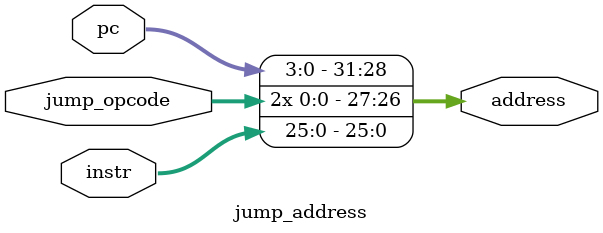
<source format=v>
module jump_address(address,instr , pc , jump_opcode );

input[3:0] pc;
input jump_opcode;
input [25:0]instr;
output[31:0]address;



buf b1(address[0],instr[0]);
buf b2(address[1],instr[1]);
buf b3(address[2],instr[2]);
buf b4(address[3],instr[3]);
buf b5(address[4],instr[4]);
buf b6(address[5],instr[5]);
buf b7(address[6],instr[6]);
buf b8(address[7],instr[7]);
buf b9(address[8],instr[8]);
buf b10(address[9],instr[9]);
buf b11(address[10],instr[10]);
buf b12(address[11],instr[11]);
buf b13(address[12],instr[12]);
buf b14(address[13],instr[13]);
buf b15(address[14],instr[14]);
buf b16(address[15],instr[15]);
buf b17(address[16],instr[16]);
buf b18(address[17],instr[17]);
buf b19(address[18],instr[18]);
buf b20(address[19],instr[19]);
buf b21(address[20],instr[20]);
buf b22(address[21],instr[21]);
buf b23(address[22],instr[22]);
buf b24(address[23],instr[23]);
buf b25(address[24],instr[24]);
buf b26(address[25],instr[25]);
buf b27(address[26],jump_opcode);
buf b28(address[27],jump_opcode);
buf b29(address[28],pc[0]);
buf b30(address[29],pc[1]);
buf b31(address[30],pc[2]);
buf b32(address[31],pc[3]);

endmodule

</source>
